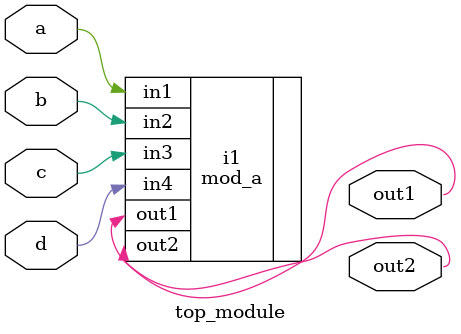
<source format=sv>
module top_module ( 
    input a, 
    input b, 
    input c,
    input d,
    output out1,
    output out2
);
    mod_a i1 (.in1(a), .in2(b), .in3(c), .in4(d), .out1(out1), .out2(out2));

endmodule
</source>
